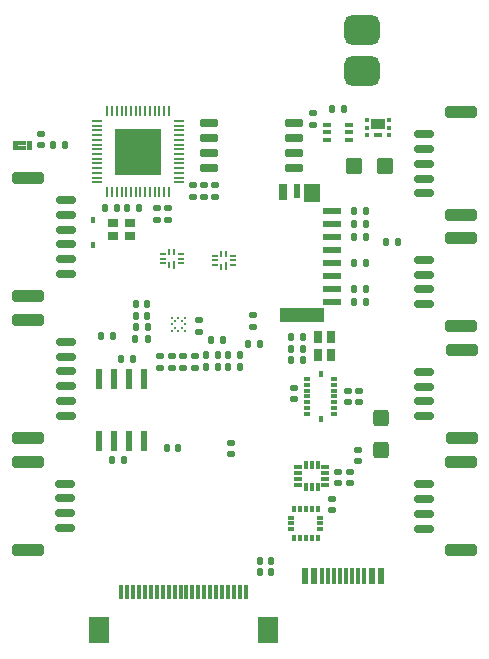
<source format=gbr>
%TF.GenerationSoftware,KiCad,Pcbnew,(6.0.0-0)*%
%TF.CreationDate,2022-02-19T21:54:14+03:00*%
%TF.ProjectId,CopterCat_cm4,436f7074-6572-4436-9174-5f636d342e6b,rev?*%
%TF.SameCoordinates,Original*%
%TF.FileFunction,Paste,Bot*%
%TF.FilePolarity,Positive*%
%FSLAX46Y46*%
G04 Gerber Fmt 4.6, Leading zero omitted, Abs format (unit mm)*
G04 Created by KiCad (PCBNEW (6.0.0-0)) date 2022-02-19 21:54:14*
%MOMM*%
%LPD*%
G01*
G04 APERTURE LIST*
G04 Aperture macros list*
%AMRoundRect*
0 Rectangle with rounded corners*
0 $1 Rounding radius*
0 $2 $3 $4 $5 $6 $7 $8 $9 X,Y pos of 4 corners*
0 Add a 4 corners polygon primitive as box body*
4,1,4,$2,$3,$4,$5,$6,$7,$8,$9,$2,$3,0*
0 Add four circle primitives for the rounded corners*
1,1,$1+$1,$2,$3*
1,1,$1+$1,$4,$5*
1,1,$1+$1,$6,$7*
1,1,$1+$1,$8,$9*
0 Add four rect primitives between the rounded corners*
20,1,$1+$1,$2,$3,$4,$5,0*
20,1,$1+$1,$4,$5,$6,$7,0*
20,1,$1+$1,$6,$7,$8,$9,0*
20,1,$1+$1,$8,$9,$2,$3,0*%
G04 Aperture macros list end*
%ADD10C,0.010000*%
%ADD11RoundRect,0.140000X-0.140000X-0.170000X0.140000X-0.170000X0.140000X0.170000X-0.140000X0.170000X0*%
%ADD12RoundRect,0.140000X-0.170000X0.140000X-0.170000X-0.140000X0.170000X-0.140000X0.170000X0.140000X0*%
%ADD13R,0.225000X0.663000*%
%ADD14R,0.225000X0.563000*%
%ADD15R,0.563000X0.225000*%
%ADD16R,0.425000X0.400000*%
%ADD17R,1.150000X0.950000*%
%ADD18R,0.750000X0.300000*%
%ADD19C,0.200000*%
%ADD20RoundRect,0.150000X-0.700000X0.150000X-0.700000X-0.150000X0.700000X-0.150000X0.700000X0.150000X0*%
%ADD21RoundRect,0.250000X-1.100000X0.250000X-1.100000X-0.250000X1.100000X-0.250000X1.100000X0.250000X0*%
%ADD22RoundRect,0.135000X0.135000X0.185000X-0.135000X0.185000X-0.135000X-0.185000X0.135000X-0.185000X0*%
%ADD23RoundRect,0.135000X-0.135000X-0.185000X0.135000X-0.185000X0.135000X0.185000X-0.135000X0.185000X0*%
%ADD24RoundRect,0.140000X0.170000X-0.140000X0.170000X0.140000X-0.170000X0.140000X-0.170000X-0.140000X0*%
%ADD25R,0.809800X0.220000*%
%ADD26R,0.220000X0.809800*%
%ADD27R,4.000000X4.000000*%
%ADD28RoundRect,0.135000X-0.185000X0.135000X-0.185000X-0.135000X0.185000X-0.135000X0.185000X0.135000X0*%
%ADD29RoundRect,0.087500X0.087500X-0.187500X0.087500X0.187500X-0.087500X0.187500X-0.087500X-0.187500X0*%
%ADD30RoundRect,0.087500X0.187500X-0.087500X0.187500X0.087500X-0.187500X0.087500X-0.187500X-0.087500X0*%
%ADD31RoundRect,0.135000X0.185000X-0.135000X0.185000X0.135000X-0.185000X0.135000X-0.185000X-0.135000X0*%
%ADD32R,0.450000X0.600000*%
%ADD33RoundRect,0.140000X0.140000X0.170000X-0.140000X0.170000X-0.140000X-0.170000X0.140000X-0.170000X0*%
%ADD34R,0.800000X1.000000*%
%ADD35RoundRect,0.250000X0.450000X0.425000X-0.450000X0.425000X-0.450000X-0.425000X0.450000X-0.425000X0*%
%ADD36RoundRect,0.150000X0.650000X0.150000X-0.650000X0.150000X-0.650000X-0.150000X0.650000X-0.150000X0*%
%ADD37R,0.900000X0.800000*%
%ADD38RoundRect,0.150000X0.700000X-0.150000X0.700000X0.150000X-0.700000X0.150000X-0.700000X-0.150000X0*%
%ADD39RoundRect,0.250000X1.100000X-0.250000X1.100000X0.250000X-1.100000X0.250000X-1.100000X-0.250000X0*%
%ADD40R,0.650000X0.400000*%
%ADD41R,3.850000X1.200000*%
%ADD42R,1.450000X1.500000*%
%ADD43R,0.550000X1.150000*%
%ADD44R,0.750000X1.450000*%
%ADD45R,1.650000X0.550000*%
%ADD46RoundRect,0.625000X-0.875000X0.625000X-0.875000X-0.625000X0.875000X-0.625000X0.875000X0.625000X0*%
%ADD47R,0.590000X0.350000*%
%ADD48R,0.350000X0.590000*%
%ADD49R,0.600000X1.450000*%
%ADD50R,0.300000X1.450000*%
%ADD51RoundRect,0.041300X0.253700X-0.778700X0.253700X0.778700X-0.253700X0.778700X-0.253700X-0.778700X0*%
%ADD52RoundRect,0.031500X-0.273500X-0.143500X0.273500X-0.143500X0.273500X0.143500X-0.273500X0.143500X0*%
%ADD53RoundRect,0.031500X-0.143500X-0.273500X0.143500X-0.273500X0.143500X0.273500X-0.143500X0.273500X0*%
%ADD54RoundRect,0.147500X0.147500X0.172500X-0.147500X0.172500X-0.147500X-0.172500X0.147500X-0.172500X0*%
%ADD55R,0.300000X1.300000*%
%ADD56R,1.800000X2.200000*%
%ADD57RoundRect,0.250000X0.425000X-0.450000X0.425000X0.450000X-0.425000X0.450000X-0.425000X-0.450000X0*%
G04 APERTURE END LIST*
D10*
%TO.C,ANT1*%
X208312500Y-93015000D02*
X208562500Y-93015000D01*
X208562500Y-93015000D02*
X208562500Y-92755000D01*
X208562500Y-92755000D02*
X208312500Y-92755000D01*
X208312500Y-92755000D02*
X208312500Y-93015000D01*
G36*
X208562500Y-93015000D02*
G01*
X208312500Y-93015000D01*
X208312500Y-92755000D01*
X208562500Y-92755000D01*
X208562500Y-93015000D01*
G37*
X208562500Y-93015000D02*
X208312500Y-93015000D01*
X208312500Y-92755000D01*
X208562500Y-92755000D01*
X208562500Y-93015000D01*
X208662500Y-93015000D02*
X208912500Y-93015000D01*
X208912500Y-93015000D02*
X208912500Y-92755000D01*
X208912500Y-92755000D02*
X208662500Y-92755000D01*
X208662500Y-92755000D02*
X208662500Y-93015000D01*
G36*
X208912500Y-93015000D02*
G01*
X208662500Y-93015000D01*
X208662500Y-92755000D01*
X208912500Y-92755000D01*
X208912500Y-93015000D01*
G37*
X208912500Y-93015000D02*
X208662500Y-93015000D01*
X208662500Y-92755000D01*
X208912500Y-92755000D01*
X208912500Y-93015000D01*
X209062500Y-93015000D02*
X209377500Y-93015000D01*
X209377500Y-93015000D02*
X209377500Y-92285000D01*
X209377500Y-92285000D02*
X209062500Y-92285000D01*
X209062500Y-92285000D02*
X209062500Y-93015000D01*
G36*
X209377500Y-93015000D02*
G01*
X209062500Y-93015000D01*
X209062500Y-92285000D01*
X209377500Y-92285000D01*
X209377500Y-93015000D01*
G37*
X209377500Y-93015000D02*
X209062500Y-93015000D01*
X209062500Y-92285000D01*
X209377500Y-92285000D01*
X209377500Y-93015000D01*
X208312500Y-92545000D02*
X208562500Y-92545000D01*
X208562500Y-92545000D02*
X208562500Y-92285000D01*
X208562500Y-92285000D02*
X208312500Y-92285000D01*
X208312500Y-92285000D02*
X208312500Y-92545000D01*
G36*
X208562500Y-92545000D02*
G01*
X208312500Y-92545000D01*
X208312500Y-92285000D01*
X208562500Y-92285000D01*
X208562500Y-92545000D01*
G37*
X208562500Y-92545000D02*
X208312500Y-92545000D01*
X208312500Y-92285000D01*
X208562500Y-92285000D01*
X208562500Y-92545000D01*
X207847500Y-93015000D02*
X208162500Y-93015000D01*
X208162500Y-93015000D02*
X208162500Y-92285000D01*
X208162500Y-92285000D02*
X207847500Y-92285000D01*
X207847500Y-92285000D02*
X207847500Y-93015000D01*
G36*
X208162500Y-93015000D02*
G01*
X207847500Y-93015000D01*
X207847500Y-92285000D01*
X208162500Y-92285000D01*
X208162500Y-93015000D01*
G37*
X208162500Y-93015000D02*
X207847500Y-93015000D01*
X207847500Y-92285000D01*
X208162500Y-92285000D01*
X208162500Y-93015000D01*
X208662500Y-92545000D02*
X208912500Y-92545000D01*
X208912500Y-92545000D02*
X208912500Y-92285000D01*
X208912500Y-92285000D02*
X208662500Y-92285000D01*
X208662500Y-92285000D02*
X208662500Y-92545000D01*
G36*
X208912500Y-92545000D02*
G01*
X208662500Y-92545000D01*
X208662500Y-92285000D01*
X208912500Y-92285000D01*
X208912500Y-92545000D01*
G37*
X208912500Y-92545000D02*
X208662500Y-92545000D01*
X208662500Y-92285000D01*
X208912500Y-92285000D01*
X208912500Y-92545000D01*
%TD*%
D11*
%TO.C,C31*%
X217545000Y-98025000D03*
X218505000Y-98025000D03*
%TD*%
D12*
%TO.C,C34*%
X223145000Y-96070000D03*
X223145000Y-97030000D03*
%TD*%
%TO.C,C32*%
X224075000Y-96070000D03*
X224075000Y-97030000D03*
%TD*%
D13*
%TO.C,U18*%
X225900000Y-102943500D03*
D14*
X225500000Y-102993500D03*
D15*
X224931500Y-102825000D03*
X224931500Y-102425000D03*
X224931500Y-102025000D03*
D14*
X225500000Y-101856500D03*
X225900000Y-101856500D03*
D15*
X226468500Y-102025000D03*
X226468500Y-102425000D03*
X226468500Y-102825000D03*
%TD*%
D16*
%TO.C,Q2*%
X239727500Y-90530000D03*
X239727500Y-91180000D03*
X239727500Y-91830000D03*
X237852500Y-91830000D03*
X237852500Y-91180000D03*
X237852500Y-90530000D03*
D17*
X238790000Y-90855000D03*
D18*
X238790000Y-91830000D03*
%TD*%
D19*
%TO.C,U5*%
X222416000Y-107284000D03*
X221850000Y-107284000D03*
X221284000Y-107284000D03*
X222133000Y-107567000D03*
X221567000Y-107567000D03*
X222416000Y-107850000D03*
X221284000Y-107850000D03*
X222133000Y-108133000D03*
X221567000Y-108133000D03*
X222416000Y-108416000D03*
X221850000Y-108416000D03*
X221284000Y-108416000D03*
%TD*%
D20*
%TO.C,TELEM2*%
X242624600Y-121384400D03*
X242624600Y-122634400D03*
X242624600Y-123884400D03*
X242624600Y-125134400D03*
D21*
X245824600Y-119534400D03*
X245824600Y-126984400D03*
%TD*%
D22*
%TO.C,R4*%
X218060000Y-110750000D03*
X217040000Y-110750000D03*
%TD*%
D23*
%TO.C,R23*%
X224615000Y-109200000D03*
X225635000Y-109200000D03*
%TD*%
D24*
%TO.C,C4*%
X234900000Y-123580000D03*
X234900000Y-122620000D03*
%TD*%
D22*
%TO.C,R1*%
X237733020Y-99350810D03*
X236713020Y-99350810D03*
%TD*%
D25*
%TO.C,U10*%
X215006900Y-95825000D03*
X215006900Y-95425000D03*
X215006900Y-95025000D03*
X215006900Y-94625000D03*
X215006900Y-94225000D03*
X215006900Y-93825000D03*
X215006900Y-93425000D03*
X215006900Y-93025000D03*
X215006900Y-92625000D03*
X215006900Y-92225000D03*
X215006900Y-91825000D03*
X215006900Y-91425000D03*
X215006900Y-91025000D03*
X215006900Y-90625000D03*
D26*
X215852000Y-89779900D03*
X216252000Y-89779900D03*
X216652000Y-89779900D03*
X217052000Y-89779900D03*
X217452000Y-89779900D03*
X217852000Y-89779900D03*
X218252000Y-89779900D03*
X218652000Y-89779900D03*
X219052000Y-89779900D03*
X219452000Y-89779900D03*
X219852000Y-89779900D03*
X220252000Y-89779900D03*
X220652000Y-89779900D03*
X221052000Y-89779900D03*
D25*
X221897100Y-90625000D03*
X221897100Y-91025000D03*
X221897100Y-91425000D03*
X221897100Y-91825000D03*
X221897100Y-92225000D03*
X221897100Y-92625000D03*
X221897100Y-93025000D03*
X221897100Y-93425000D03*
X221897100Y-93825000D03*
X221897100Y-94225000D03*
X221897100Y-94625000D03*
X221897100Y-95025000D03*
X221897100Y-95425000D03*
X221897100Y-95825000D03*
D26*
X221052000Y-96670100D03*
X220652000Y-96670100D03*
X220252000Y-96670100D03*
X219852000Y-96670100D03*
X219452000Y-96670100D03*
X219052000Y-96670100D03*
X218652000Y-96670100D03*
X218252000Y-96670100D03*
X217852000Y-96670100D03*
X217452000Y-96670100D03*
X217052000Y-96670100D03*
X216652000Y-96670100D03*
X216252000Y-96670100D03*
X215852000Y-96670100D03*
D27*
X218452000Y-93225000D03*
%TD*%
D28*
%TO.C,R14*%
X221000000Y-97965000D03*
X221000000Y-98985000D03*
%TD*%
D13*
%TO.C,U14*%
X221500000Y-102793500D03*
D14*
X221100000Y-102843500D03*
D15*
X220531500Y-102675000D03*
X220531500Y-102275000D03*
X220531500Y-101875000D03*
D14*
X221100000Y-101706500D03*
X221500000Y-101706500D03*
D15*
X222068500Y-101875000D03*
X222068500Y-102275000D03*
X222068500Y-102675000D03*
%TD*%
D29*
%TO.C,U2*%
X233650000Y-125925000D03*
X233150000Y-125925000D03*
X232650000Y-125925000D03*
X232150000Y-125925000D03*
X231650000Y-125925000D03*
D30*
X231425000Y-125200000D03*
X231425000Y-124700000D03*
X231425000Y-124200000D03*
D29*
X231650000Y-123475000D03*
X232150000Y-123475000D03*
X232650000Y-123475000D03*
X233150000Y-123475000D03*
X233650000Y-123475000D03*
D30*
X233875000Y-124200000D03*
X233875000Y-124700000D03*
X233875000Y-125200000D03*
%TD*%
D23*
%TO.C,R26*%
X224190000Y-110450000D03*
X225210000Y-110450000D03*
%TD*%
%TO.C,R13*%
X218240000Y-108075000D03*
X219260000Y-108075000D03*
%TD*%
D31*
%TO.C,R45*%
X221325000Y-111510000D03*
X221325000Y-110490000D03*
%TD*%
D32*
%TO.C,D7*%
X214650000Y-101150000D03*
X214650000Y-99050000D03*
%TD*%
D33*
%TO.C,C17*%
X229705000Y-128850000D03*
X228745000Y-128850000D03*
%TD*%
D34*
%TO.C,D1*%
X233725000Y-108950000D03*
X233725000Y-110450000D03*
X234825000Y-110450000D03*
X234825000Y-108950000D03*
%TD*%
D12*
%TO.C,C29*%
X210250000Y-91695000D03*
X210250000Y-92655000D03*
%TD*%
D28*
%TO.C,R24*%
X228225000Y-107090000D03*
X228225000Y-108110000D03*
%TD*%
D35*
%TO.C,C39*%
X239400000Y-94450000D03*
X236700000Y-94450000D03*
%TD*%
D28*
%TO.C,R46*%
X220350000Y-110490000D03*
X220350000Y-111510000D03*
%TD*%
D33*
%TO.C,C1*%
X221855000Y-118350000D03*
X220895000Y-118350000D03*
%TD*%
D12*
%TO.C,C33*%
X224995000Y-96070000D03*
X224995000Y-97030000D03*
%TD*%
D22*
%TO.C,R7*%
X228785000Y-109500000D03*
X227765000Y-109500000D03*
%TD*%
%TO.C,R27*%
X227110000Y-111450000D03*
X226090000Y-111450000D03*
%TD*%
D36*
%TO.C,U11*%
X231625000Y-90820000D03*
X231625000Y-92090000D03*
X231625000Y-93360000D03*
X231625000Y-94630000D03*
X224425000Y-94630000D03*
X224425000Y-93360000D03*
X224425000Y-92090000D03*
X224425000Y-90820000D03*
%TD*%
D23*
%TO.C,R12*%
X234860000Y-89640000D03*
X235880000Y-89640000D03*
%TD*%
D37*
%TO.C,Y4*%
X216350000Y-99275000D03*
X217750000Y-99275000D03*
X217750000Y-100375000D03*
X216350000Y-100375000D03*
%TD*%
D23*
%TO.C,R33*%
X231365000Y-110850000D03*
X232385000Y-110850000D03*
%TD*%
D31*
%TO.C,R41*%
X223575000Y-108460000D03*
X223575000Y-107440000D03*
%TD*%
D23*
%TO.C,R31*%
X231365000Y-108950000D03*
X232385000Y-108950000D03*
%TD*%
D38*
%TO.C,GPS1*%
X212324600Y-115584400D03*
X212324600Y-114334400D03*
X212324600Y-113084400D03*
X212324600Y-111834400D03*
X212324600Y-110584400D03*
X212324600Y-109334400D03*
D39*
X209124600Y-107484400D03*
X209124600Y-117434400D03*
%TD*%
D40*
%TO.C,Q1*%
X234450000Y-92240000D03*
X234450000Y-91590000D03*
X234450000Y-90940000D03*
X236350000Y-90940000D03*
X236350000Y-91590000D03*
X236350000Y-92240000D03*
%TD*%
D41*
%TO.C,U21*%
X232323220Y-107051600D03*
D42*
X233171080Y-96700180D03*
D43*
X231875210Y-96528000D03*
D44*
X230720200Y-96675300D03*
D45*
X234898769Y-98252760D03*
X234898769Y-99352760D03*
X234898769Y-100452760D03*
X234898769Y-101552763D03*
X234898769Y-102652762D03*
X234898769Y-103752760D03*
X234898769Y-104852760D03*
X234898769Y-105952760D03*
%TD*%
D12*
%TO.C,C26*%
X237050000Y-118445000D03*
X237050000Y-119405000D03*
%TD*%
D24*
%TO.C,C2*%
X226300000Y-118830000D03*
X226300000Y-117870000D03*
%TD*%
D22*
%TO.C,R5*%
X217260000Y-119350000D03*
X216240000Y-119350000D03*
%TD*%
D23*
%TO.C,R6*%
X236713020Y-102650810D03*
X237733020Y-102650810D03*
%TD*%
D22*
%TO.C,R3*%
X216310000Y-108800000D03*
X215290000Y-108800000D03*
%TD*%
D11*
%TO.C,C3*%
X218270000Y-107100000D03*
X219230000Y-107100000D03*
%TD*%
D24*
%TO.C,C36*%
X237175000Y-114430000D03*
X237175000Y-113470000D03*
%TD*%
%TO.C,C13*%
X235400000Y-121280000D03*
X235400000Y-120320000D03*
%TD*%
D46*
%TO.C,J5*%
X237450000Y-82925000D03*
X237450000Y-86425000D03*
%TD*%
D24*
%TO.C,C10*%
X222275000Y-111505000D03*
X222275000Y-110545000D03*
%TD*%
D20*
%TO.C,RC1*%
X242624600Y-91759400D03*
X242624600Y-93009400D03*
X242624600Y-94259400D03*
X242624600Y-95509400D03*
X242624600Y-96759400D03*
D21*
X245824600Y-98609400D03*
X245824600Y-89909400D03*
%TD*%
D22*
%TO.C,R21*%
X237733020Y-98250810D03*
X236713020Y-98250810D03*
%TD*%
%TO.C,R2*%
X237733020Y-100450810D03*
X236713020Y-100450810D03*
%TD*%
D12*
%TO.C,C16*%
X231675000Y-113220000D03*
X231675000Y-114180000D03*
%TD*%
D47*
%TO.C,U17*%
X235065000Y-115450000D03*
X235065000Y-114950000D03*
X235065000Y-114450000D03*
X235065000Y-113950000D03*
X235065000Y-113450000D03*
X235065000Y-112950000D03*
X235065000Y-112450000D03*
D48*
X233900000Y-112035000D03*
D47*
X232735000Y-112450000D03*
X232735000Y-112950000D03*
X232735000Y-113450000D03*
X232735000Y-113950000D03*
X232735000Y-114450000D03*
X232735000Y-114950000D03*
X232735000Y-115450000D03*
D48*
X233900000Y-115865000D03*
%TD*%
D23*
%TO.C,R34*%
X239465000Y-100850000D03*
X240485000Y-100850000D03*
%TD*%
%TO.C,R9*%
X236713020Y-104850810D03*
X237733020Y-104850810D03*
%TD*%
D11*
%TO.C,C18*%
X228745000Y-127900000D03*
X229705000Y-127900000D03*
%TD*%
D23*
%TO.C,R22*%
X218235432Y-109065358D03*
X219255432Y-109065358D03*
%TD*%
D49*
%TO.C,J6*%
X239050000Y-129115000D03*
X238250000Y-129115000D03*
D50*
X237050000Y-129115000D03*
X236050000Y-129115000D03*
X235550000Y-129115000D03*
X234550000Y-129115000D03*
D49*
X233350000Y-129115000D03*
X232550000Y-129115000D03*
X232550000Y-129115000D03*
X233350000Y-129115000D03*
D50*
X234050000Y-129115000D03*
X235050000Y-129115000D03*
X236550000Y-129115000D03*
X237550000Y-129115000D03*
D49*
X238250000Y-129115000D03*
X239050000Y-129115000D03*
%TD*%
D20*
%TO.C,LASER1*%
X242650000Y-111875000D03*
X242650000Y-113125000D03*
X242650000Y-114375000D03*
X242650000Y-115625000D03*
D21*
X245850000Y-117475000D03*
X245850000Y-110025000D03*
%TD*%
D38*
%TO.C,I2C1*%
X212300000Y-125075000D03*
X212300000Y-123825000D03*
X212300000Y-122575000D03*
X212300000Y-121325000D03*
D39*
X209100000Y-126925000D03*
X209100000Y-119475000D03*
%TD*%
D11*
%TO.C,C30*%
X215695000Y-98025000D03*
X216655000Y-98025000D03*
%TD*%
D28*
%TO.C,R28*%
X223250000Y-110490000D03*
X223250000Y-111510000D03*
%TD*%
D20*
%TO.C,TELEM1*%
X242624600Y-102384400D03*
X242624600Y-103634400D03*
X242624600Y-104884400D03*
X242624600Y-106134400D03*
D21*
X245824600Y-107984400D03*
X245824600Y-100534400D03*
%TD*%
D24*
%TO.C,C15*%
X236200000Y-114430000D03*
X236200000Y-113470000D03*
%TD*%
D22*
%TO.C,R32*%
X232385000Y-109900000D03*
X231365000Y-109900000D03*
%TD*%
D51*
%TO.C,U4*%
X218980000Y-117760000D03*
X217710000Y-117760000D03*
X216440000Y-117760000D03*
X215170000Y-117760000D03*
X215170000Y-112490000D03*
X216440000Y-112490000D03*
X217710000Y-112490000D03*
X218980000Y-112490000D03*
%TD*%
D38*
%TO.C,POWER1*%
X212324600Y-103584400D03*
X212324600Y-102334400D03*
X212324600Y-101084400D03*
X212324600Y-99834400D03*
X212324600Y-98584400D03*
X212324600Y-97334400D03*
D39*
X209124600Y-105434400D03*
X209124600Y-95484400D03*
%TD*%
D31*
%TO.C,R42*%
X220025000Y-98985000D03*
X220025000Y-97965000D03*
%TD*%
D12*
%TO.C,C14*%
X236375000Y-120320000D03*
X236375000Y-121280000D03*
%TD*%
D11*
%TO.C,C5*%
X218270000Y-106150000D03*
X219230000Y-106150000D03*
%TD*%
D31*
%TO.C,R40*%
X233230000Y-90930000D03*
X233230000Y-89910000D03*
%TD*%
D52*
%TO.C,U7*%
X231990000Y-121425000D03*
X231990000Y-120925000D03*
X231990000Y-120425000D03*
X231990000Y-119925000D03*
D53*
X232650000Y-119765000D03*
X233150000Y-119765000D03*
X233650000Y-119765000D03*
D52*
X234310000Y-119925000D03*
X234310000Y-120425000D03*
X234310000Y-120925000D03*
X234310000Y-121425000D03*
D53*
X233650000Y-121585000D03*
X233150000Y-121585000D03*
X232650000Y-121585000D03*
%TD*%
D54*
%TO.C,L2*%
X212260000Y-92650000D03*
X211290000Y-92650000D03*
%TD*%
D55*
%TO.C,CAM0*%
X227550000Y-130500000D03*
X227050000Y-130500000D03*
X226550000Y-130500000D03*
X226050000Y-130500000D03*
X225550000Y-130500000D03*
X225050000Y-130500000D03*
X224550000Y-130500000D03*
X224050000Y-130500000D03*
X223550000Y-130500000D03*
X223050000Y-130500000D03*
X222550000Y-130500000D03*
X222050000Y-130500000D03*
X221550000Y-130500000D03*
X221050000Y-130500000D03*
X220550000Y-130500000D03*
X220050000Y-130500000D03*
X219550000Y-130500000D03*
X219050000Y-130500000D03*
X218550000Y-130500000D03*
X218050000Y-130500000D03*
X217550000Y-130500000D03*
X217050000Y-130500000D03*
D56*
X229450000Y-133750000D03*
X215150000Y-133750000D03*
%TD*%
D23*
%TO.C,R25*%
X226090000Y-110450000D03*
X227110000Y-110450000D03*
%TD*%
%TO.C,R10*%
X236713020Y-105950810D03*
X237733020Y-105950810D03*
%TD*%
D57*
%TO.C,C28*%
X239050000Y-118450000D03*
X239050000Y-115750000D03*
%TD*%
D22*
%TO.C,R11*%
X225210000Y-111450000D03*
X224190000Y-111450000D03*
%TD*%
M02*

</source>
